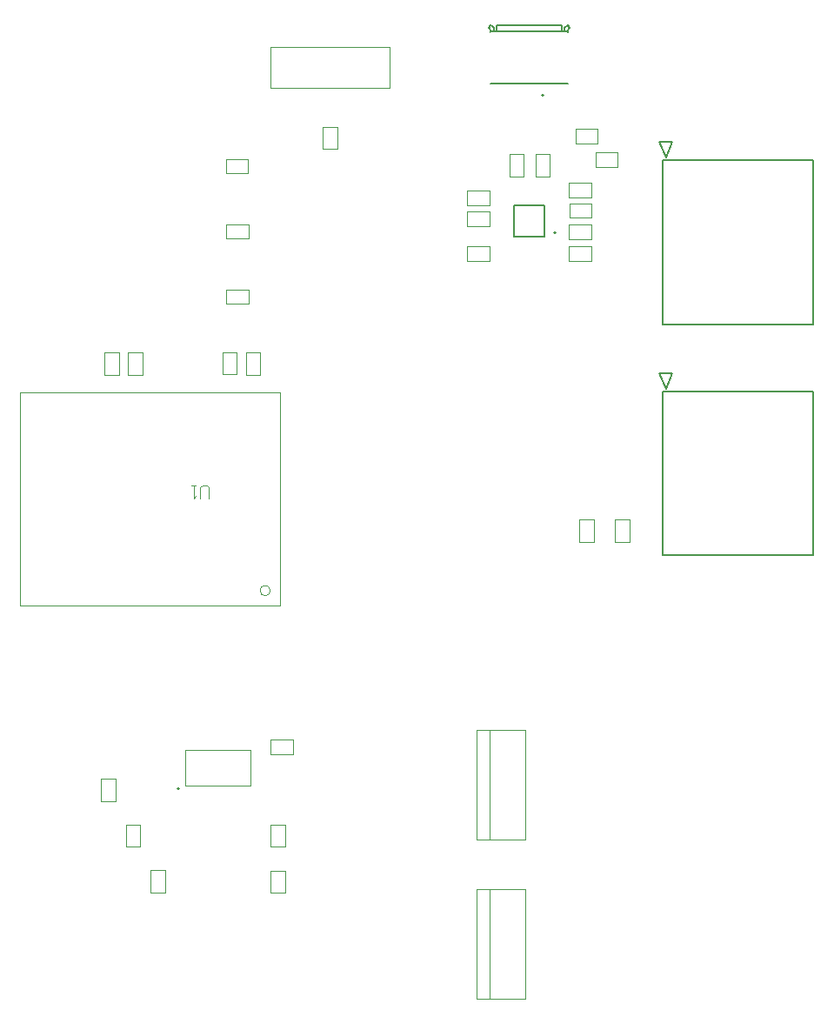
<source format=gbr>
G04*
G04 #@! TF.GenerationSoftware,Altium Limited,Altium Designer,23.2.1 (34)*
G04*
G04 Layer_Color=16711935*
%FSLAX44Y44*%
%MOMM*%
G71*
G04*
G04 #@! TF.SameCoordinates,66AF3463-A4ED-4445-B3F6-74E376143534*
G04*
G04*
G04 #@! TF.FilePolarity,Positive*
G04*
G01*
G75*
%ADD10C,0.2000*%
%ADD12C,0.1270*%
%ADD83C,0.1000*%
%ADD84C,0.0762*%
D10*
X157060Y285750D02*
G03*
X157060Y285750I-1000J0D01*
G01*
X523590Y826950D02*
G03*
X523590Y826950I-1000J0D01*
G01*
X511590Y960630D02*
G03*
X511590Y960630I-1000J0D01*
G01*
D12*
X463584Y1023109D02*
G03*
X460111Y1029124I-4744J1271D01*
G01*
X459590Y1022130D02*
G03*
X458290Y1026130I-2650J1350D01*
G01*
X535053Y1028622D02*
G03*
X531598Y1023093I1037J-4492D01*
G01*
X536890Y1026130D02*
G03*
X535590Y1022130I1350J-2650D01*
G01*
X627730Y513120D02*
X774310D01*
X627730D02*
Y672520D01*
X774310D01*
Y513120D02*
Y672520D01*
X630910Y675060D02*
X637260Y690300D01*
X624560D02*
X637260D01*
X624560D02*
X630910Y675060D01*
X482840Y823200D02*
Y853200D01*
X512840Y823200D02*
Y853200D01*
X482840D02*
X512840D01*
X482840Y823200D02*
X512840D01*
X458290Y1026130D02*
X460090Y1029130D01*
X465590Y1023130D02*
Y1028630D01*
X529590D01*
Y1023130D02*
Y1028630D01*
X535090D02*
X536890Y1026130D01*
X535590Y1022130D02*
Y1022630D01*
X459590D02*
X535590D01*
X459590Y972130D02*
X535590D01*
X624560Y915090D02*
X630910Y899850D01*
X624560Y915090D02*
X637260D01*
X630910Y899850D02*
X637260Y915090D01*
X774310Y737910D02*
Y897310D01*
X627730D02*
X774310D01*
X627730Y737910D02*
Y897310D01*
Y737910D02*
X774310D01*
D83*
X245500Y478690D02*
G03*
X245500Y478690I-5000J0D01*
G01*
X562130Y904890D02*
X583630D01*
X562130Y890890D02*
X583630D01*
X562130D02*
Y904890D01*
X583630Y890890D02*
Y904890D01*
X542860Y927750D02*
X564360D01*
X542860Y913750D02*
X564360D01*
X542860D02*
Y927750D01*
X564360Y913750D02*
Y927750D01*
X2250Y671440D02*
X254750D01*
X2250Y463940D02*
X254750D01*
X2250D02*
Y671440D01*
X254750Y463940D02*
Y671440D01*
X226060Y288950D02*
Y323250D01*
X162560D02*
X226060D01*
X162560Y288950D02*
Y323250D01*
Y288950D02*
X226060D01*
Y323250D01*
X162560D02*
X226060D01*
X162560Y288950D02*
Y323250D01*
X221600Y710410D02*
X235600D01*
X221600Y688910D02*
X235600D01*
Y710410D01*
X221600Y688910D02*
Y710410D01*
X198740Y710630D02*
X212740D01*
X198740Y689130D02*
X212740D01*
Y710630D01*
X198740Y689130D02*
Y710630D01*
X580760Y526090D02*
Y548090D01*
X595260Y526090D02*
Y548090D01*
X580760Y526090D02*
X595260D01*
X580760Y548090D02*
X595260D01*
X546470Y525970D02*
Y547970D01*
X560970Y525970D02*
Y547970D01*
X546470Y525970D02*
X560970D01*
X546470Y547970D02*
X560970D01*
X104760Y250890D02*
X118760D01*
X104760Y229390D02*
X118760D01*
Y250890D01*
X104760Y229390D02*
Y250890D01*
X128890Y206440D02*
X142890D01*
X128890Y184940D02*
X142890D01*
Y206440D01*
X128890Y184940D02*
Y206440D01*
X80630Y295340D02*
X94630D01*
X80630Y273840D02*
X94630D01*
Y295340D01*
X80630Y273840D02*
Y295340D01*
X107050Y688770D02*
Y710770D01*
X121550Y688770D02*
Y710770D01*
X107050Y688770D02*
X121550D01*
X107050Y710770D02*
X121550D01*
X84190Y688650D02*
Y710650D01*
X98690Y688650D02*
Y710650D01*
X84190Y688650D02*
X98690D01*
X84190Y710650D02*
X98690D01*
X536370Y875930D02*
X558370D01*
X536370Y861430D02*
X558370D01*
X536370D02*
Y875930D01*
X558370Y861430D02*
Y875930D01*
X437310Y853810D02*
X459310D01*
X437310Y868310D02*
X459310D01*
Y853810D02*
Y868310D01*
X437310Y853810D02*
Y868310D01*
X437190Y833490D02*
X459190D01*
X437190Y847990D02*
X459190D01*
Y833490D02*
Y847990D01*
X437190Y833490D02*
Y847990D01*
X536620Y841360D02*
Y855360D01*
X558120Y841360D02*
Y855360D01*
X536620D02*
X558120D01*
X536620Y841360D02*
X558120D01*
X536250Y835290D02*
X558250D01*
X536250Y820790D02*
X558250D01*
X536250D02*
Y835290D01*
X558250Y820790D02*
Y835290D01*
X503540Y903450D02*
X517540D01*
X503540Y881950D02*
X517540D01*
Y903450D01*
X503540Y881950D02*
Y903450D01*
X478140D02*
X492140D01*
X478140Y881950D02*
X492140D01*
Y903450D01*
X478140Y881950D02*
Y903450D01*
X437430Y799200D02*
X459430D01*
X437430Y813700D02*
X459430D01*
Y799200D02*
Y813700D01*
X437430Y799200D02*
Y813700D01*
X536250Y813700D02*
X558250D01*
X536250Y799200D02*
X558250D01*
X536250D02*
Y813700D01*
X558250Y799200D02*
Y813700D01*
X245730Y250890D02*
X259730D01*
X245730Y229390D02*
X259730D01*
Y250890D01*
X245730Y229390D02*
Y250890D01*
X245420Y333640D02*
X267420D01*
X245420Y319140D02*
X267420D01*
X245420D02*
Y333640D01*
X267420Y319140D02*
Y333640D01*
X245730Y184720D02*
X259730D01*
X245730Y206220D02*
X259730D01*
X245730Y184720D02*
Y206220D01*
X259730Y184720D02*
Y206220D01*
X296530Y930120D02*
X310530D01*
X296530Y908620D02*
X310530D01*
Y930120D01*
X296530Y908620D02*
Y930120D01*
X446480Y236060D02*
Y343060D01*
X493480Y236060D02*
Y343060D01*
X446480Y236060D02*
X493480D01*
X446480Y343060D02*
X493480D01*
X459480Y236060D02*
Y343060D01*
X446480Y81120D02*
Y188120D01*
X493480Y81120D02*
Y188120D01*
X446480Y81120D02*
X493480D01*
X446480Y188120D02*
X493480D01*
X459480Y81120D02*
Y188120D01*
X245930Y968060D02*
X361930D01*
X245930D02*
Y1008060D01*
X361930D01*
Y968060D02*
Y1008060D01*
X224220Y757540D02*
Y771540D01*
X202720Y757540D02*
Y771540D01*
Y757540D02*
X224220D01*
X202720Y771540D02*
X224220D01*
Y821040D02*
Y835040D01*
X202720Y821040D02*
Y835040D01*
Y821040D02*
X224220D01*
X202720Y835040D02*
X224220D01*
X224000Y884540D02*
Y898540D01*
X202500Y884540D02*
Y898540D01*
Y884540D02*
X224000D01*
X202500Y898540D02*
X224000D01*
D84*
X186000Y568344D02*
Y578924D01*
X183884Y581040D01*
X179652D01*
X177536Y578924D01*
Y568344D01*
X173304Y581040D02*
X169072D01*
X171188D01*
Y568344D01*
X173304Y570460D01*
M02*

</source>
